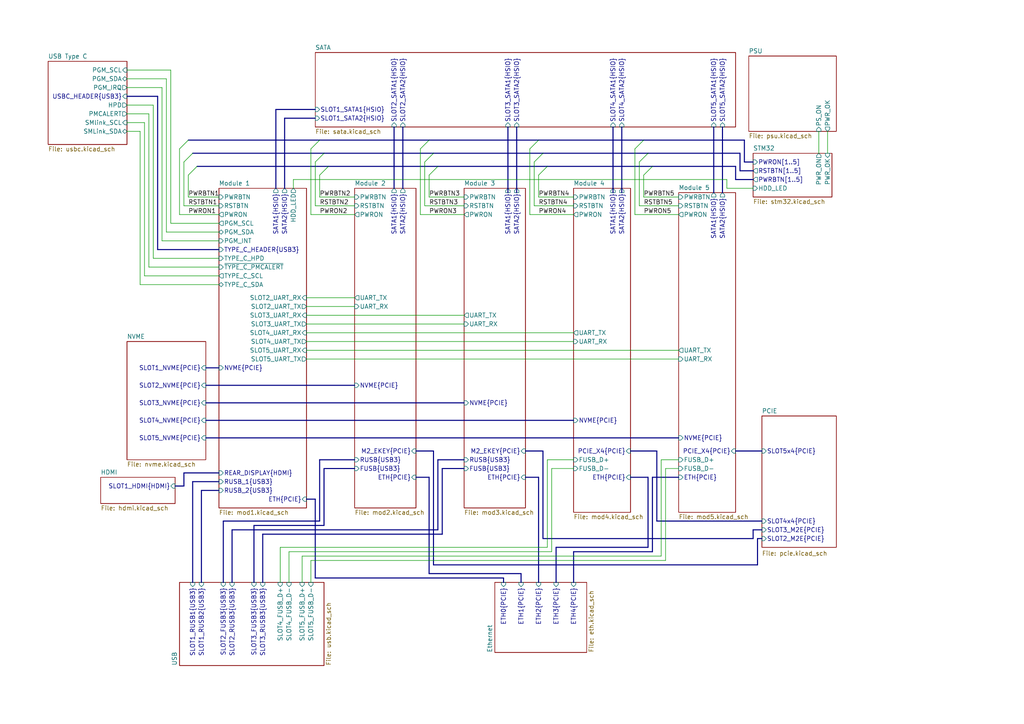
<source format=kicad_sch>
(kicad_sch
	(version 20250114)
	(generator "eeschema")
	(generator_version "9.0")
	(uuid "49abeb3a-c598-45a3-ba6b-595eb04f17a8")
	(paper "A4")
	(lib_symbols)
	(bus_alias "HDMI"
		(members "Tx0+" "Tx0-" "Tx1+" "Tx1-" "Tx2+" "Tx2-" "Tx3+" "Tx3-" "SDA"
			"SCL" "HPD"
		)
	)
	(bus_alias "USB3"
		(members "SS_Tx1+" "SS_Tx1-" "SS_Rx1+" "SS_Rx1-" "SS_Tx2+" "SS_Tx2-" "SS_Rx2+"
			"SS_Rx2-" "D+" "D-" "SBU1" "SBU2"
		)
	)
	(bus_entry
		(at 57.15 48.26)
		(size -2.54 2.54)
		(stroke
			(width 0)
			(type default)
		)
		(uuid "02b14392-c642-41ae-9cde-b682eab08b16")
	)
	(bus_entry
		(at 156.21 40.64)
		(size -2.54 2.54)
		(stroke
			(width 0)
			(type default)
		)
		(uuid "05562d3c-c7c2-4c11-9a18-12b05df260c8")
	)
	(bus_entry
		(at 157.48 44.45)
		(size -2.54 2.54)
		(stroke
			(width 0)
			(type default)
		)
		(uuid "0a88d9c1-a744-4264-90eb-6a693b05d2d0")
	)
	(bus_entry
		(at 187.96 44.45)
		(size -2.54 2.54)
		(stroke
			(width 0)
			(type default)
		)
		(uuid "0c513d87-1b61-4306-b3e3-c9d8068f74f1")
	)
	(bus_entry
		(at 95.25 48.26)
		(size -2.54 2.54)
		(stroke
			(width 0)
			(type default)
		)
		(uuid "28516366-3cc6-49d1-98db-9ff195d788a7")
	)
	(bus_entry
		(at 127 48.26)
		(size -2.54 2.54)
		(stroke
			(width 0)
			(type default)
		)
		(uuid "54297b7d-ef68-400a-9869-d92428010bf4")
	)
	(bus_entry
		(at 125.73 44.45)
		(size -2.54 2.54)
		(stroke
			(width 0)
			(type default)
		)
		(uuid "581b7ca3-eebe-45ab-b258-b4300156b388")
	)
	(bus_entry
		(at 93.98 44.45)
		(size -2.54 2.54)
		(stroke
			(width 0)
			(type default)
		)
		(uuid "67756494-abf7-4133-a3ff-d68f178f8113")
	)
	(bus_entry
		(at 189.23 48.26)
		(size -2.54 2.54)
		(stroke
			(width 0)
			(type default)
		)
		(uuid "8f981205-3f67-4cb7-a859-c60d12db0e42")
	)
	(bus_entry
		(at 55.88 44.45)
		(size -2.54 2.54)
		(stroke
			(width 0)
			(type default)
		)
		(uuid "9e3b807b-38c7-4ec6-942b-b4f16b3e6bcf")
	)
	(bus_entry
		(at 124.46 40.64)
		(size -2.54 2.54)
		(stroke
			(width 0)
			(type default)
		)
		(uuid "a9e73ccd-a39a-4688-8c4e-a7ea4ece75c4")
	)
	(bus_entry
		(at 54.61 40.64)
		(size -2.54 2.54)
		(stroke
			(width 0)
			(type default)
		)
		(uuid "d3cfd0e1-f29e-4f15-8682-b64033014f8b")
	)
	(bus_entry
		(at 158.75 48.26)
		(size -2.54 2.54)
		(stroke
			(width 0)
			(type default)
		)
		(uuid "d5e3cf1c-cd61-4dcb-8cda-6934d1f89b7f")
	)
	(bus_entry
		(at 92.71 40.64)
		(size -2.54 2.54)
		(stroke
			(width 0)
			(type default)
		)
		(uuid "d77d76f6-a1d6-413b-b536-a87a9db83ebb")
	)
	(bus_entry
		(at 186.69 40.64)
		(size -2.54 2.54)
		(stroke
			(width 0)
			(type default)
		)
		(uuid "e4bd42ce-9351-4b39-b3f9-1544338e6b79")
	)
	(bus
		(pts
			(xy 209.55 36.83) (xy 209.55 55.88)
		)
		(stroke
			(width 0)
			(type default)
		)
		(uuid "02038ac6-1717-4bd7-951a-c75c6f33d107")
	)
	(wire
		(pts
			(xy 46.99 69.85) (xy 63.5 69.85)
		)
		(stroke
			(width 0)
			(type default)
		)
		(uuid "03111739-a590-4e1e-aa8e-98107ea96224")
	)
	(wire
		(pts
			(xy 81.28 158.75) (xy 81.28 168.91)
		)
		(stroke
			(width 0)
			(type default)
		)
		(uuid "03a9d510-b1cf-4a4d-8ae9-83aaab9aa65e")
	)
	(wire
		(pts
			(xy 91.44 46.99) (xy 91.44 59.69)
		)
		(stroke
			(width 0)
			(type default)
		)
		(uuid "069ba1af-790b-4815-a67b-d803ecc66ab2")
	)
	(wire
		(pts
			(xy 240.03 38.1) (xy 240.03 44.45)
		)
		(stroke
			(width 0)
			(type default)
		)
		(uuid "0777f4ee-af3a-4553-8ff8-7bffc0ebdff1")
	)
	(bus
		(pts
			(xy 214.63 49.53) (xy 218.44 49.53)
		)
		(stroke
			(width 0)
			(type default)
		)
		(uuid "088abdcd-a44f-4a2b-a0a0-8ab52992ecc8")
	)
	(bus
		(pts
			(xy 180.34 36.83) (xy 180.34 55.88)
		)
		(stroke
			(width 0)
			(type default)
		)
		(uuid "08a24449-8c20-494c-bd9a-31242dfe89a4")
	)
	(bus
		(pts
			(xy 73.66 152.4) (xy 73.66 168.91)
		)
		(stroke
			(width 0)
			(type default)
		)
		(uuid "09d393cd-81c0-4de0-bb6d-6b72d54da064")
	)
	(bus
		(pts
			(xy 156.21 138.43) (xy 156.21 168.91)
		)
		(stroke
			(width 0)
			(type default)
		)
		(uuid "0b02c8ae-0901-4264-b1cd-19fe99a813c3")
	)
	(wire
		(pts
			(xy 88.9 91.44) (xy 134.62 91.44)
		)
		(stroke
			(width 0)
			(type default)
		)
		(uuid "1206368f-9fa6-4ab3-ae8e-a9592b1806d9")
	)
	(bus
		(pts
			(xy 120.65 130.81) (xy 125.73 130.81)
		)
		(stroke
			(width 0)
			(type default)
		)
		(uuid "12be7a27-a7c3-48b6-9ede-dfb325364d47")
	)
	(wire
		(pts
			(xy 158.75 158.75) (xy 81.28 158.75)
		)
		(stroke
			(width 0)
			(type default)
		)
		(uuid "1317c5a0-bb9f-45bb-881a-29fd522eb96c")
	)
	(bus
		(pts
			(xy 220.98 156.21) (xy 219.71 156.21)
		)
		(stroke
			(width 0)
			(type default)
		)
		(uuid "14e98158-3cd2-4ba1-8aac-e5f25103d21b")
	)
	(wire
		(pts
			(xy 185.42 59.69) (xy 196.85 59.69)
		)
		(stroke
			(width 0)
			(type default)
		)
		(uuid "153a6f34-9d23-4bc6-ba3c-5c14aedcec41")
	)
	(bus
		(pts
			(xy 76.2 154.94) (xy 76.2 168.91)
		)
		(stroke
			(width 0)
			(type default)
		)
		(uuid "159cc3b2-0dba-4fd8-8a9d-665ab28ddc32")
	)
	(wire
		(pts
			(xy 46.99 25.4) (xy 46.99 69.85)
		)
		(stroke
			(width 0)
			(type default)
		)
		(uuid "18044f5f-33f7-4b84-817f-c5b47151df7e")
	)
	(wire
		(pts
			(xy 88.9 101.6) (xy 196.85 101.6)
		)
		(stroke
			(width 0)
			(type default)
		)
		(uuid "19d3274c-a730-48c1-96e3-88762be797f1")
	)
	(wire
		(pts
			(xy 49.53 64.77) (xy 63.5 64.77)
		)
		(stroke
			(width 0)
			(type default)
		)
		(uuid "1a6a5954-571d-42d8-af1f-9bfa0fd0474b")
	)
	(wire
		(pts
			(xy 44.45 74.93) (xy 44.45 30.48)
		)
		(stroke
			(width 0)
			(type default)
		)
		(uuid "1ac3a610-8b71-4d1f-8c34-5e119ddfb5b9")
	)
	(wire
		(pts
			(xy 153.67 62.23) (xy 166.37 62.23)
		)
		(stroke
			(width 0)
			(type default)
		)
		(uuid "1dd1a9f9-18cf-4cd2-9905-54f6a7a8cb84")
	)
	(wire
		(pts
			(xy 166.37 133.35) (xy 158.75 133.35)
		)
		(stroke
			(width 0)
			(type default)
		)
		(uuid "1e071667-d4b0-4f95-87e7-a465136169ef")
	)
	(wire
		(pts
			(xy 36.83 22.86) (xy 48.26 22.86)
		)
		(stroke
			(width 0)
			(type default)
		)
		(uuid "1fbe60bb-b30e-469c-a9cf-6a4a2ac480f1")
	)
	(bus
		(pts
			(xy 156.21 138.43) (xy 152.4 138.43)
		)
		(stroke
			(width 0)
			(type default)
		)
		(uuid "21ddd4be-0fd9-40c2-9ed4-a92ab64dfd7c")
	)
	(bus
		(pts
			(xy 151.13 166.37) (xy 151.13 168.91)
		)
		(stroke
			(width 0)
			(type default)
		)
		(uuid "22a6f8f9-67fc-4147-9d81-078269413edd")
	)
	(wire
		(pts
			(xy 36.83 35.56) (xy 41.91 35.56)
		)
		(stroke
			(width 0)
			(type default)
		)
		(uuid "25f0eba6-80be-4a3f-8839-b8e3916df2f0")
	)
	(wire
		(pts
			(xy 43.18 77.47) (xy 43.18 33.02)
		)
		(stroke
			(width 0)
			(type default)
		)
		(uuid "27310d63-421a-4d5e-9ea8-d7d86f4d7a24")
	)
	(bus
		(pts
			(xy 124.46 138.43) (xy 124.46 166.37)
		)
		(stroke
			(width 0)
			(type default)
		)
		(uuid "27b4376b-581f-4ffd-b895-10cb3a62ec8d")
	)
	(bus
		(pts
			(xy 207.01 36.83) (xy 207.01 55.88)
		)
		(stroke
			(width 0)
			(type default)
		)
		(uuid "287de4de-31cd-4b69-9d9f-dd2049ba0526")
	)
	(bus
		(pts
			(xy 215.9 46.99) (xy 215.9 40.64)
		)
		(stroke
			(width 0)
			(type default)
		)
		(uuid "28eddfef-a4ac-4255-a15f-48cb8e811db5")
	)
	(wire
		(pts
			(xy 36.83 38.1) (xy 40.64 38.1)
		)
		(stroke
			(width 0)
			(type default)
		)
		(uuid "2afefd1d-82c5-4593-9c45-8e923cf36d19")
	)
	(bus
		(pts
			(xy 157.48 156.21) (xy 218.44 156.21)
		)
		(stroke
			(width 0)
			(type default)
		)
		(uuid "2b0929f3-7516-425b-aa04-95824103ae09")
	)
	(wire
		(pts
			(xy 53.34 46.99) (xy 53.34 59.69)
		)
		(stroke
			(width 0)
			(type default)
		)
		(uuid "2b1f7085-f309-4f22-8c65-23f0ac61cd19")
	)
	(bus
		(pts
			(xy 190.5 151.13) (xy 220.98 151.13)
		)
		(stroke
			(width 0)
			(type default)
		)
		(uuid "2c2234ab-c0b1-40d8-8816-5276a585af21")
	)
	(wire
		(pts
			(xy 191.77 161.29) (xy 87.63 161.29)
		)
		(stroke
			(width 0)
			(type default)
		)
		(uuid "2c378b75-0f87-46d6-8d77-81ae5cddf52a")
	)
	(bus
		(pts
			(xy 186.69 40.64) (xy 215.9 40.64)
		)
		(stroke
			(width 0)
			(type default)
		)
		(uuid "2ca5d913-15a3-43a6-9157-ce18427cd910")
	)
	(bus
		(pts
			(xy 53.34 137.16) (xy 63.5 137.16)
		)
		(stroke
			(width 0)
			(type default)
		)
		(uuid "2d7da338-5468-4b7f-a9d2-7505047051f0")
	)
	(bus
		(pts
			(xy 196.85 138.43) (xy 189.23 138.43)
		)
		(stroke
			(width 0)
			(type default)
		)
		(uuid "2faa8595-87ce-4802-a5ea-e5c45aaf36a3")
	)
	(bus
		(pts
			(xy 189.23 138.43) (xy 189.23 160.02)
		)
		(stroke
			(width 0)
			(type default)
		)
		(uuid "30af70cd-b3a9-4ff6-9419-7eaa04ff3482")
	)
	(bus
		(pts
			(xy 187.96 44.45) (xy 214.63 44.45)
		)
		(stroke
			(width 0)
			(type default)
		)
		(uuid "315093ed-722c-4e00-b652-cd89fed7145b")
	)
	(wire
		(pts
			(xy 88.9 99.06) (xy 166.37 99.06)
		)
		(stroke
			(width 0)
			(type default)
		)
		(uuid "386c100b-f2c9-46ee-bad1-d4b67d541711")
	)
	(wire
		(pts
			(xy 154.94 46.99) (xy 154.94 59.69)
		)
		(stroke
			(width 0)
			(type default)
		)
		(uuid "39453be8-ebdb-42fa-9098-e1ad7be634df")
	)
	(bus
		(pts
			(xy 125.73 44.45) (xy 157.48 44.45)
		)
		(stroke
			(width 0)
			(type default)
		)
		(uuid "3a2263a5-007e-4817-8ad3-ad58aa9425d9")
	)
	(wire
		(pts
			(xy 63.5 80.01) (xy 41.91 80.01)
		)
		(stroke
			(width 0)
			(type default)
		)
		(uuid "3c8b5916-5ef7-42b0-97f5-8ba2e11e9c28")
	)
	(wire
		(pts
			(xy 92.71 50.8) (xy 92.71 57.15)
		)
		(stroke
			(width 0)
			(type default)
		)
		(uuid "3f81cf83-d9e1-46ed-bfdc-82feb60b9438")
	)
	(wire
		(pts
			(xy 210.82 54.61) (xy 210.82 52.07)
		)
		(stroke
			(width 0)
			(type default)
		)
		(uuid "3fa8e9e2-80eb-44cf-8467-9405f1470e0a")
	)
	(bus
		(pts
			(xy 53.34 140.97) (xy 53.34 137.16)
		)
		(stroke
			(width 0)
			(type default)
		)
		(uuid "3fc73ddc-ffa5-416e-a2aa-06c52171e249")
	)
	(wire
		(pts
			(xy 52.07 62.23) (xy 63.5 62.23)
		)
		(stroke
			(width 0)
			(type default)
		)
		(uuid "402ed6db-b363-44a1-8cd4-53a9f721c611")
	)
	(bus
		(pts
			(xy 67.31 153.67) (xy 67.31 168.91)
		)
		(stroke
			(width 0)
			(type default)
		)
		(uuid "42f6561c-8a94-4f0c-b2ef-302d50c2db06")
	)
	(bus
		(pts
			(xy 93.98 135.89) (xy 93.98 152.4)
		)
		(stroke
			(width 0)
			(type default)
		)
		(uuid "443a27bc-0dcc-49cc-aa7e-59dec37e70a8")
	)
	(bus
		(pts
			(xy 102.87 135.89) (xy 93.98 135.89)
		)
		(stroke
			(width 0)
			(type default)
		)
		(uuid "4485af6e-a28b-41fc-8c8e-712ee2d89ded")
	)
	(bus
		(pts
			(xy 57.15 48.26) (xy 95.25 48.26)
		)
		(stroke
			(width 0)
			(type default)
		)
		(uuid "46ea5008-89d1-4f7a-8401-5a39e93656eb")
	)
	(wire
		(pts
			(xy 156.21 50.8) (xy 156.21 57.15)
		)
		(stroke
			(width 0)
			(type default)
		)
		(uuid "4805f955-a173-4fa0-bf67-352c4486a834")
	)
	(bus
		(pts
			(xy 156.21 40.64) (xy 186.69 40.64)
		)
		(stroke
			(width 0)
			(type default)
		)
		(uuid "48b972e6-66ad-408b-8377-e28eec86f260")
	)
	(bus
		(pts
			(xy 92.71 133.35) (xy 92.71 151.13)
		)
		(stroke
			(width 0)
			(type default)
		)
		(uuid "4976a10b-c659-476b-b40e-df76d9f3cfa1")
	)
	(bus
		(pts
			(xy 189.23 160.02) (xy 166.37 160.02)
		)
		(stroke
			(width 0)
			(type default)
		)
		(uuid "4aa2e426-1bd0-40dc-a46b-dbbb59da8a10")
	)
	(wire
		(pts
			(xy 184.15 43.18) (xy 184.15 62.23)
		)
		(stroke
			(width 0)
			(type default)
		)
		(uuid "4ab762ec-a979-4d97-94a1-6e7abfb12606")
	)
	(bus
		(pts
			(xy 189.23 48.26) (xy 213.36 48.26)
		)
		(stroke
			(width 0)
			(type default)
		)
		(uuid "4b44a20a-63aa-4c1e-a92e-d1fc138f6a3b")
	)
	(bus
		(pts
			(xy 127 133.35) (xy 127 153.67)
		)
		(stroke
			(width 0)
			(type default)
		)
		(uuid "4c958018-977d-419a-b374-20d0e3f1aff3")
	)
	(bus
		(pts
			(xy 80.01 31.75) (xy 91.44 31.75)
		)
		(stroke
			(width 0)
			(type default)
		)
		(uuid "4decc23a-f871-4828-803a-7d8eed935882")
	)
	(bus
		(pts
			(xy 157.48 44.45) (xy 187.96 44.45)
		)
		(stroke
			(width 0)
			(type default)
		)
		(uuid "502e7ca6-415e-4d90-92a1-14af2554912f")
	)
	(bus
		(pts
			(xy 127 48.26) (xy 158.75 48.26)
		)
		(stroke
			(width 0)
			(type default)
		)
		(uuid "5034c831-3d21-40f2-b867-1b6bb3e5fed4")
	)
	(bus
		(pts
			(xy 213.36 52.07) (xy 213.36 48.26)
		)
		(stroke
			(width 0)
			(type default)
		)
		(uuid "53e025da-14d6-4bac-ab8d-4747fb322cd6")
	)
	(bus
		(pts
			(xy 161.29 158.75) (xy 161.29 168.91)
		)
		(stroke
			(width 0)
			(type default)
		)
		(uuid "56d31031-1841-4483-aa5b-12ef178c4aa7")
	)
	(wire
		(pts
			(xy 186.69 57.15) (xy 196.85 57.15)
		)
		(stroke
			(width 0)
			(type default)
		)
		(uuid "57bd1d73-60ac-4224-aed3-63425bf463d4")
	)
	(bus
		(pts
			(xy 45.72 72.39) (xy 63.5 72.39)
		)
		(stroke
			(width 0)
			(type default)
		)
		(uuid "57bfc277-3229-4cf2-86cd-bc7997138940")
	)
	(wire
		(pts
			(xy 85.09 52.07) (xy 85.09 54.61)
		)
		(stroke
			(width 0)
			(type default)
		)
		(uuid "5852ad8a-ccf5-45f6-aad1-a331f75ce17a")
	)
	(bus
		(pts
			(xy 91.44 144.78) (xy 91.44 167.64)
		)
		(stroke
			(width 0)
			(type default)
		)
		(uuid "5d0f5aa9-ae1c-4483-98c7-d6878d4bc922")
	)
	(bus
		(pts
			(xy 190.5 130.81) (xy 190.5 151.13)
		)
		(stroke
			(width 0)
			(type default)
		)
		(uuid "5f97b0bb-499a-4104-9805-cc1e867cac32")
	)
	(bus
		(pts
			(xy 218.44 153.67) (xy 220.98 153.67)
		)
		(stroke
			(width 0)
			(type default)
		)
		(uuid "63721d10-317b-4bb9-b1ae-57eb2c76b863")
	)
	(bus
		(pts
			(xy 127 153.67) (xy 67.31 153.67)
		)
		(stroke
			(width 0)
			(type default)
		)
		(uuid "64c745d0-4e5e-4809-9793-e55bb622ebf8")
	)
	(wire
		(pts
			(xy 196.85 135.89) (xy 193.04 135.89)
		)
		(stroke
			(width 0)
			(type default)
		)
		(uuid "64d5a09a-2c45-44a7-8acf-5484eac95318")
	)
	(wire
		(pts
			(xy 63.5 82.55) (xy 40.64 82.55)
		)
		(stroke
			(width 0)
			(type default)
		)
		(uuid "67e1fcc8-3e00-4347-b65f-cd7b5c925ff7")
	)
	(bus
		(pts
			(xy 182.88 138.43) (xy 187.96 138.43)
		)
		(stroke
			(width 0)
			(type default)
		)
		(uuid "6880b603-19f3-4a70-8de5-3d73ee3c1bdf")
	)
	(bus
		(pts
			(xy 219.71 163.83) (xy 125.73 163.83)
		)
		(stroke
			(width 0)
			(type default)
		)
		(uuid "69949552-7372-4068-992d-4ae83926e807")
	)
	(bus
		(pts
			(xy 124.46 40.64) (xy 156.21 40.64)
		)
		(stroke
			(width 0)
			(type default)
		)
		(uuid "6a5ec587-11ea-4137-a5a3-7e14400da8df")
	)
	(wire
		(pts
			(xy 124.46 50.8) (xy 124.46 57.15)
		)
		(stroke
			(width 0)
			(type default)
		)
		(uuid "6bf069c6-37c0-430f-90b9-7f1636930937")
	)
	(bus
		(pts
			(xy 92.71 151.13) (xy 64.77 151.13)
		)
		(stroke
			(width 0)
			(type default)
		)
		(uuid "6c2e8733-1370-4558-8011-fae15a641f10")
	)
	(bus
		(pts
			(xy 152.4 130.81) (xy 157.48 130.81)
		)
		(stroke
			(width 0)
			(type default)
		)
		(uuid "6cf375c0-48e2-4296-a01b-d6ba1eaf6755")
	)
	(bus
		(pts
			(xy 59.69 121.92) (xy 166.37 121.92)
		)
		(stroke
			(width 0)
			(type default)
		)
		(uuid "6ddbed96-17c0-4667-b098-1e3702a278a7")
	)
	(bus
		(pts
			(xy 124.46 166.37) (xy 151.13 166.37)
		)
		(stroke
			(width 0)
			(type default)
		)
		(uuid "706814d0-e438-4fef-840e-eacf58ab293f")
	)
	(bus
		(pts
			(xy 114.3 36.83) (xy 114.3 54.61)
		)
		(stroke
			(width 0)
			(type default)
		)
		(uuid "7153f710-7e18-4e9d-800c-188b330c2d81")
	)
	(wire
		(pts
			(xy 121.92 62.23) (xy 134.62 62.23)
		)
		(stroke
			(width 0)
			(type default)
		)
		(uuid "73a5cb30-0815-4651-a01d-4f5964ff5542")
	)
	(wire
		(pts
			(xy 36.83 20.32) (xy 49.53 20.32)
		)
		(stroke
			(width 0)
			(type default)
		)
		(uuid "7489f4d9-771a-4ef3-bf24-2a8a1f902c90")
	)
	(wire
		(pts
			(xy 53.34 59.69) (xy 63.5 59.69)
		)
		(stroke
			(width 0)
			(type default)
		)
		(uuid "74e9f2e1-eafd-4f5d-befa-74e221d8be66")
	)
	(bus
		(pts
			(xy 187.96 158.75) (xy 161.29 158.75)
		)
		(stroke
			(width 0)
			(type default)
		)
		(uuid "77f8db34-bb9c-4766-9690-ce0aca59f89c")
	)
	(bus
		(pts
			(xy 187.96 138.43) (xy 187.96 158.75)
		)
		(stroke
			(width 0)
			(type default)
		)
		(uuid "78338066-8d7f-49a9-8262-6559d24833e5")
	)
	(wire
		(pts
			(xy 166.37 135.89) (xy 160.02 135.89)
		)
		(stroke
			(width 0)
			(type default)
		)
		(uuid "7ab9e4b4-68ab-49be-b37a-5d200c50902a")
	)
	(wire
		(pts
			(xy 88.9 104.14) (xy 196.85 104.14)
		)
		(stroke
			(width 0)
			(type default)
		)
		(uuid "7e690ffe-0ac6-479b-b91e-dcc8552a76f5")
	)
	(wire
		(pts
			(xy 186.69 50.8) (xy 186.69 57.15)
		)
		(stroke
			(width 0)
			(type default)
		)
		(uuid "7f6973c6-8e30-4a15-b905-38f2fe80701b")
	)
	(bus
		(pts
			(xy 91.44 144.78) (xy 88.9 144.78)
		)
		(stroke
			(width 0)
			(type default)
		)
		(uuid "7fbe13f1-da0b-4c06-92ac-fee52408ad37")
	)
	(wire
		(pts
			(xy 191.77 133.35) (xy 191.77 161.29)
		)
		(stroke
			(width 0)
			(type default)
		)
		(uuid "80dbd9e3-c83d-4694-b8dc-6e5bd05eeb97")
	)
	(bus
		(pts
			(xy 125.73 130.81) (xy 125.73 163.83)
		)
		(stroke
			(width 0)
			(type default)
		)
		(uuid "813d248e-6d6d-4955-8bc3-5cdb7d71aa86")
	)
	(wire
		(pts
			(xy 185.42 46.99) (xy 185.42 59.69)
		)
		(stroke
			(width 0)
			(type default)
		)
		(uuid "82a8914c-d6f2-442a-8303-7a60e9ac356b")
	)
	(bus
		(pts
			(xy 213.36 130.81) (xy 220.98 130.81)
		)
		(stroke
			(width 0)
			(type default)
		)
		(uuid "8377eacb-bb75-466b-891a-f0e8a0d4971f")
	)
	(wire
		(pts
			(xy 52.07 43.18) (xy 52.07 62.23)
		)
		(stroke
			(width 0)
			(type default)
		)
		(uuid "83b6fd14-6890-4170-929b-5fe2a7c5d8b7")
	)
	(wire
		(pts
			(xy 36.83 25.4) (xy 46.99 25.4)
		)
		(stroke
			(width 0)
			(type default)
		)
		(uuid "84716817-9960-4b3a-b4a4-c51f40b56ea4")
	)
	(wire
		(pts
			(xy 90.17 162.56) (xy 90.17 168.91)
		)
		(stroke
			(width 0)
			(type default)
		)
		(uuid "85e6d1ef-7584-46ad-a033-93302b583a4c")
	)
	(bus
		(pts
			(xy 95.25 48.26) (xy 127 48.26)
		)
		(stroke
			(width 0)
			(type default)
		)
		(uuid "86af7f8e-9cf1-48ab-9777-1967bdd9fa19")
	)
	(wire
		(pts
			(xy 49.53 20.32) (xy 49.53 64.77)
		)
		(stroke
			(width 0)
			(type default)
		)
		(uuid "8a89774b-3251-4d5d-8cd5-d8ec81825b77")
	)
	(wire
		(pts
			(xy 90.17 43.18) (xy 90.17 62.23)
		)
		(stroke
			(width 0)
			(type default)
		)
		(uuid "8bd5cd8b-3183-4bc0-bdb3-3337e3bcf3d5")
	)
	(wire
		(pts
			(xy 36.83 33.02) (xy 43.18 33.02)
		)
		(stroke
			(width 0)
			(type default)
		)
		(uuid "8e2f858d-02b1-4014-912d-dc6c616544a9")
	)
	(wire
		(pts
			(xy 124.46 57.15) (xy 134.62 57.15)
		)
		(stroke
			(width 0)
			(type default)
		)
		(uuid "902b6dbe-5b09-4138-a3d5-77d81ce9b050")
	)
	(wire
		(pts
			(xy 184.15 62.23) (xy 196.85 62.23)
		)
		(stroke
			(width 0)
			(type default)
		)
		(uuid "90ef14de-da76-4275-b598-a3b4dacb6708")
	)
	(bus
		(pts
			(xy 59.69 111.76) (xy 102.87 111.76)
		)
		(stroke
			(width 0)
			(type default)
		)
		(uuid "90f3a3ed-97c9-4e05-9ffe-d1d28506a6ed")
	)
	(bus
		(pts
			(xy 58.42 142.24) (xy 63.5 142.24)
		)
		(stroke
			(width 0)
			(type default)
		)
		(uuid "95d3eeed-a268-4087-bd9c-6d258c75d782")
	)
	(bus
		(pts
			(xy 149.86 36.83) (xy 149.86 55.88)
		)
		(stroke
			(width 0)
			(type default)
		)
		(uuid "961a8a0b-1b3c-44d4-ac56-65c0e237f7c3")
	)
	(wire
		(pts
			(xy 88.9 88.9) (xy 102.87 88.9)
		)
		(stroke
			(width 0)
			(type default)
		)
		(uuid "97cdf015-faf9-4989-8829-0c50555ea39c")
	)
	(bus
		(pts
			(xy 36.83 27.94) (xy 45.72 27.94)
		)
		(stroke
			(width 0)
			(type default)
		)
		(uuid "9914715e-5259-449b-9fa8-2b4e9cff079a")
	)
	(wire
		(pts
			(xy 48.26 22.86) (xy 48.26 67.31)
		)
		(stroke
			(width 0)
			(type default)
		)
		(uuid "999276fd-9536-4a29-bc41-0a30d1e5804a")
	)
	(bus
		(pts
			(xy 45.72 27.94) (xy 45.72 72.39)
		)
		(stroke
			(width 0)
			(type default)
		)
		(uuid "9a911236-2104-4dee-9a12-647f50959eb8")
	)
	(bus
		(pts
			(xy 128.27 154.94) (xy 76.2 154.94)
		)
		(stroke
			(width 0)
			(type default)
		)
		(uuid "9bdec8b0-a6fd-476f-bed8-2055f78736c3")
	)
	(wire
		(pts
			(xy 158.75 133.35) (xy 158.75 158.75)
		)
		(stroke
			(width 0)
			(type default)
		)
		(uuid "9e34f234-55e1-475a-9b8a-fdc0016a2ea8")
	)
	(bus
		(pts
			(xy 59.69 127) (xy 196.85 127)
		)
		(stroke
			(width 0)
			(type default)
		)
		(uuid "9e7da088-dc4f-4d91-bc17-08ed68ef109c")
	)
	(bus
		(pts
			(xy 134.62 135.89) (xy 128.27 135.89)
		)
		(stroke
			(width 0)
			(type default)
		)
		(uuid "a319d731-3d5c-4901-9294-6886d7d18c51")
	)
	(bus
		(pts
			(xy 219.71 156.21) (xy 219.71 163.83)
		)
		(stroke
			(width 0)
			(type default)
		)
		(uuid "a474acf1-e06d-4938-a048-665979f2a78a")
	)
	(wire
		(pts
			(xy 210.82 52.07) (xy 85.09 52.07)
		)
		(stroke
			(width 0)
			(type default)
		)
		(uuid "a50d55f9-01a8-42c7-ad4c-9a4e597b48a6")
	)
	(wire
		(pts
			(xy 40.64 82.55) (xy 40.64 38.1)
		)
		(stroke
			(width 0)
			(type default)
		)
		(uuid "a5add18b-bf35-4f60-bfaa-6fe3107b0e4e")
	)
	(wire
		(pts
			(xy 88.9 93.98) (xy 134.62 93.98)
		)
		(stroke
			(width 0)
			(type default)
		)
		(uuid "a6961ecd-235e-4294-918d-186e4d2d00df")
	)
	(bus
		(pts
			(xy 116.84 36.83) (xy 116.84 54.61)
		)
		(stroke
			(width 0)
			(type default)
		)
		(uuid "a701b1ee-4dc1-4401-b3be-133e5c362ac6")
	)
	(bus
		(pts
			(xy 157.48 130.81) (xy 157.48 156.21)
		)
		(stroke
			(width 0)
			(type default)
		)
		(uuid "a797da4b-f6c5-48f8-b9e8-8048541f0f6d")
	)
	(wire
		(pts
			(xy 153.67 43.18) (xy 153.67 62.23)
		)
		(stroke
			(width 0)
			(type default)
		)
		(uuid "a8cd97be-cbd4-4a16-a1ee-a9a4b4d60946")
	)
	(bus
		(pts
			(xy 93.98 44.45) (xy 125.73 44.45)
		)
		(stroke
			(width 0)
			(type default)
		)
		(uuid "a9e0ba55-ee82-41c2-aeb1-35d570d60e0a")
	)
	(bus
		(pts
			(xy 215.9 46.99) (xy 218.44 46.99)
		)
		(stroke
			(width 0)
			(type default)
		)
		(uuid "ab3d6604-53ac-4dd2-8112-3e3c69dd0645")
	)
	(bus
		(pts
			(xy 59.69 106.68) (xy 63.5 106.68)
		)
		(stroke
			(width 0)
			(type default)
		)
		(uuid "ac57cec0-5093-4f42-8832-454e7abc9146")
	)
	(wire
		(pts
			(xy 193.04 162.56) (xy 90.17 162.56)
		)
		(stroke
			(width 0)
			(type default)
		)
		(uuid "af8b884e-7612-45d1-9d3f-ce8150e28f4a")
	)
	(wire
		(pts
			(xy 88.9 96.52) (xy 166.37 96.52)
		)
		(stroke
			(width 0)
			(type default)
		)
		(uuid "aff07d5f-ed85-41ca-bee2-264a4f9053b0")
	)
	(wire
		(pts
			(xy 54.61 50.8) (xy 54.61 57.15)
		)
		(stroke
			(width 0)
			(type default)
		)
		(uuid "b52ccc8e-630a-46db-9b91-fd26a008bd42")
	)
	(bus
		(pts
			(xy 92.71 40.64) (xy 124.46 40.64)
		)
		(stroke
			(width 0)
			(type default)
		)
		(uuid "b5928e30-1df3-4dea-a183-78381e7d75d8")
	)
	(wire
		(pts
			(xy 54.61 57.15) (xy 63.5 57.15)
		)
		(stroke
			(width 0)
			(type default)
		)
		(uuid "b6e25e36-d82e-44d2-807f-8d0f1ee44c99")
	)
	(wire
		(pts
			(xy 160.02 160.02) (xy 83.82 160.02)
		)
		(stroke
			(width 0)
			(type default)
		)
		(uuid "b943d716-7d51-40da-9d70-4914ead7b4c8")
	)
	(wire
		(pts
			(xy 123.19 59.69) (xy 134.62 59.69)
		)
		(stroke
			(width 0)
			(type default)
		)
		(uuid "bb06b25a-7f64-4920-8ddf-a3d9f761765e")
	)
	(wire
		(pts
			(xy 90.17 62.23) (xy 102.87 62.23)
		)
		(stroke
			(width 0)
			(type default)
		)
		(uuid "bee04a4d-0c40-4aa2-840b-6e889da47da4")
	)
	(wire
		(pts
			(xy 88.9 86.36) (xy 102.87 86.36)
		)
		(stroke
			(width 0)
			(type default)
		)
		(uuid "bf8dfd24-98ff-4405-9324-b0c22c8d5cdb")
	)
	(wire
		(pts
			(xy 154.94 59.69) (xy 166.37 59.69)
		)
		(stroke
			(width 0)
			(type default)
		)
		(uuid "c0fcc39a-1828-46d4-b4c0-5dfcc2752127")
	)
	(bus
		(pts
			(xy 54.61 40.64) (xy 92.71 40.64)
		)
		(stroke
			(width 0)
			(type default)
		)
		(uuid "c299e11d-3942-4718-a95a-19d8084ca30d")
	)
	(wire
		(pts
			(xy 83.82 160.02) (xy 83.82 168.91)
		)
		(stroke
			(width 0)
			(type default)
		)
		(uuid "c2dc18a0-509e-487e-a8ae-b931b8fed80d")
	)
	(bus
		(pts
			(xy 128.27 135.89) (xy 128.27 154.94)
		)
		(stroke
			(width 0)
			(type default)
		)
		(uuid "c450d1f4-db16-4cf2-a6f2-3c8168520ebd")
	)
	(bus
		(pts
			(xy 59.69 116.84) (xy 134.62 116.84)
		)
		(stroke
			(width 0)
			(type default)
		)
		(uuid "c5fce901-95f5-4dfd-8fd9-bb3a9b18b2af")
	)
	(bus
		(pts
			(xy 50.8 140.97) (xy 53.34 140.97)
		)
		(stroke
			(width 0)
			(type default)
		)
		(uuid "c7b2d5dd-3ed9-4af2-b2f8-d6cedfd85ee0")
	)
	(wire
		(pts
			(xy 87.63 161.29) (xy 87.63 168.91)
		)
		(stroke
			(width 0)
			(type default)
		)
		(uuid "c826f8bb-0e66-48d1-8489-8db4df93f678")
	)
	(bus
		(pts
			(xy 158.75 48.26) (xy 189.23 48.26)
		)
		(stroke
			(width 0)
			(type default)
		)
		(uuid "ca0ecdc0-483c-4e78-9602-0a77b29f1805")
	)
	(wire
		(pts
			(xy 41.91 80.01) (xy 41.91 35.56)
		)
		(stroke
			(width 0)
			(type default)
		)
		(uuid "caaee64d-c598-4e53-9a0e-39042f57b188")
	)
	(bus
		(pts
			(xy 82.55 34.29) (xy 91.44 34.29)
		)
		(stroke
			(width 0)
			(type default)
		)
		(uuid "cb7fc764-7225-4ed7-8c13-529a4b6616d3")
	)
	(bus
		(pts
			(xy 91.44 167.64) (xy 146.05 167.64)
		)
		(stroke
			(width 0)
			(type default)
		)
		(uuid "cbcedf4e-5a67-4024-8e04-5baf0d315674")
	)
	(bus
		(pts
			(xy 80.01 31.75) (xy 80.01 54.61)
		)
		(stroke
			(width 0)
			(type default)
		)
		(uuid "d1971893-ad0f-4353-a974-ca8414c29622")
	)
	(wire
		(pts
			(xy 156.21 57.15) (xy 166.37 57.15)
		)
		(stroke
			(width 0)
			(type default)
		)
		(uuid "d4a5e9eb-5108-4184-83b9-4a7219174b41")
	)
	(wire
		(pts
			(xy 48.26 67.31) (xy 63.5 67.31)
		)
		(stroke
			(width 0)
			(type default)
		)
		(uuid "d8e4aa84-41a7-4170-86d0-96fcaabf55fa")
	)
	(wire
		(pts
			(xy 123.19 46.99) (xy 123.19 59.69)
		)
		(stroke
			(width 0)
			(type default)
		)
		(uuid "daec3238-5faa-47c5-a559-a82f654a6b78")
	)
	(bus
		(pts
			(xy 147.32 36.83) (xy 147.32 55.88)
		)
		(stroke
			(width 0)
			(type default)
		)
		(uuid "db56d80a-d491-4587-beb2-8f3e90f81978")
	)
	(wire
		(pts
			(xy 36.83 30.48) (xy 44.45 30.48)
		)
		(stroke
			(width 0)
			(type default)
		)
		(uuid "de1c7da5-2008-4b22-9685-0623106c5ef3")
	)
	(bus
		(pts
			(xy 64.77 151.13) (xy 64.77 168.91)
		)
		(stroke
			(width 0)
			(type default)
		)
		(uuid "de6f2845-eff5-466c-b19c-2e0882483e96")
	)
	(bus
		(pts
			(xy 166.37 160.02) (xy 166.37 168.91)
		)
		(stroke
			(width 0)
			(type default)
		)
		(uuid "e0b088fe-f4a7-41d0-85a7-dc4671a167a2")
	)
	(bus
		(pts
			(xy 58.42 168.91) (xy 58.42 142.24)
		)
		(stroke
			(width 0)
			(type default)
		)
		(uuid "e17ccd2e-e244-404d-b5f5-14b7cbad7bf6")
	)
	(bus
		(pts
			(xy 146.05 167.64) (xy 146.05 168.91)
		)
		(stroke
			(width 0)
			(type default)
		)
		(uuid "e2affe02-e654-44f1-9e08-ad6166fda735")
	)
	(bus
		(pts
			(xy 55.88 44.45) (xy 93.98 44.45)
		)
		(stroke
			(width 0)
			(type default)
		)
		(uuid "e2f95a0e-9205-448f-bd0b-2c7fadd04a42")
	)
	(bus
		(pts
			(xy 55.88 168.91) (xy 55.88 139.7)
		)
		(stroke
			(width 0)
			(type default)
		)
		(uuid "e35a7d76-a1d1-4442-9492-534d3d173aa7")
	)
	(bus
		(pts
			(xy 120.65 138.43) (xy 124.46 138.43)
		)
		(stroke
			(width 0)
			(type default)
		)
		(uuid "e549949f-0b63-4fb9-a4e1-df43bfde929b")
	)
	(wire
		(pts
			(xy 63.5 77.47) (xy 43.18 77.47)
		)
		(stroke
			(width 0)
			(type default)
		)
		(uuid "e8dbe464-5a5a-4f0d-87f4-07052ebbe0ab")
	)
	(bus
		(pts
			(xy 134.62 133.35) (xy 127 133.35)
		)
		(stroke
			(width 0)
			(type default)
		)
		(uuid "e9efd191-234d-46c7-899a-13d260bbe5a0")
	)
	(wire
		(pts
			(xy 193.04 135.89) (xy 193.04 162.56)
		)
		(stroke
			(width 0)
			(type default)
		)
		(uuid "e9f3da8f-2a04-4f57-972e-548fa2ce89e4")
	)
	(bus
		(pts
			(xy 55.88 139.7) (xy 63.5 139.7)
		)
		(stroke
			(width 0)
			(type default)
		)
		(uuid "ee2f6279-7663-4816-a523-a7781a3b6a45")
	)
	(wire
		(pts
			(xy 218.44 54.61) (xy 210.82 54.61)
		)
		(stroke
			(width 0)
			(type default)
		)
		(uuid "ee3c5a2a-7c83-4c9e-8853-5abe4a7309c1")
	)
	(bus
		(pts
			(xy 218.44 156.21) (xy 218.44 153.67)
		)
		(stroke
			(width 0)
			(type default)
		)
		(uuid "f08d1cde-410f-44aa-b730-599f41e6ecf1")
	)
	(wire
		(pts
			(xy 121.92 43.18) (xy 121.92 62.23)
		)
		(stroke
			(width 0)
			(type default)
		)
		(uuid "f1fc8db0-2705-4019-8c44-7c7db1575169")
	)
	(wire
		(pts
			(xy 160.02 135.89) (xy 160.02 160.02)
		)
		(stroke
			(width 0)
			(type default)
		)
		(uuid "f355a9ac-f158-43b0-8678-ea2497ef61ba")
	)
	(bus
		(pts
			(xy 182.88 130.81) (xy 190.5 130.81)
		)
		(stroke
			(width 0)
			(type default)
		)
		(uuid "f3df48a2-9897-4cca-aab3-c62608d59779")
	)
	(bus
		(pts
			(xy 93.98 152.4) (xy 73.66 152.4)
		)
		(stroke
			(width 0)
			(type default)
		)
		(uuid "f3fb7afd-61de-4093-948a-a8660c75934a")
	)
	(bus
		(pts
			(xy 82.55 34.29) (xy 82.55 54.61)
		)
		(stroke
			(width 0)
			(type default)
		)
		(uuid "f407c985-f85d-4f90-9171-0c5445024c0f")
	)
	(bus
		(pts
			(xy 214.63 49.53) (xy 214.63 44.45)
		)
		(stroke
			(width 0)
			(type default)
		)
		(uuid "f6169f1b-9b2d-4935-9df8-abe0bf8c1479")
	)
	(wire
		(pts
			(xy 91.44 59.69) (xy 102.87 59.69)
		)
		(stroke
			(width 0)
			(type default)
		)
		(uuid "f74fc9a8-523d-4619-a9c1-f106e9e2b1f7")
	)
	(bus
		(pts
			(xy 213.36 52.07) (xy 218.44 52.07)
		)
		(stroke
			(width 0)
			(type default)
		)
		(uuid "f8924900-2c04-4405-8ca3-fe41c55da07e")
	)
	(bus
		(pts
			(xy 177.8 36.83) (xy 177.8 55.88)
		)
		(stroke
			(width 0)
			(type default)
		)
		(uuid "f9b2b4eb-0b3d-451e-9cea-50e69f9f702a")
	)
	(wire
		(pts
			(xy 63.5 74.93) (xy 44.45 74.93)
		)
		(stroke
			(width 0)
			(type default)
		)
		(uuid "fa1ffc1a-50ce-4f90-ba3d-370dd9843030")
	)
	(wire
		(pts
			(xy 196.85 133.35) (xy 191.77 133.35)
		)
		(stroke
			(width 0)
			(type default)
		)
		(uuid "fa549105-ac16-408c-a297-569109357e5e")
	)
	(bus
		(pts
			(xy 102.87 133.35) (xy 92.71 133.35)
		)
		(stroke
			(width 0)
			(type default)
		)
		(uuid "fa63898f-eb5e-4056-a14e-26f5f0dc0c1b")
	)
	(wire
		(pts
			(xy 92.71 57.15) (xy 102.87 57.15)
		)
		(stroke
			(width 0)
			(type default)
		)
		(uuid "fba6a42e-8234-4435-9eaf-1e631561397f")
	)
	(wire
		(pts
			(xy 237.49 38.1) (xy 237.49 44.45)
		)
		(stroke
			(width 0)
			(type default)
		)
		(uuid "fd8da098-b9e3-47a9-aaf5-e6a6cce33cc3")
	)
	(label "PWRON3"
		(at 124.46 62.23 0)
		(effects
			(font
				(size 1.27 1.27)
			)
			(justify left bottom)
		)
		(uuid "043c271a-ab81-4a6d-b46f-ad19123fa067")
	)
	(label "RSTBTN5"
		(at 186.69 59.69 0)
		(effects
			(font
				(size 1.27 1.27)
			)
			(justify left bottom)
		)
		(uuid "07263d9d-06bf-4b45-a4bf-456e6fb1a675")
	)
	(label "PWRON4"
		(at 156.21 62.23 0)
		(effects
			(font
				(size 1.27 1.27)
			)
			(justify left bottom)
		)
		(uuid "11b9fa86-ff7f-489b-95a4-ce3fa956e496")
	)
	(label "PWRBTN1"
		(at 54.61 57.15 0)
		(effects
			(font
				(size 1.27 1.27)
			)
			(justify left bottom)
		)
		(uuid "2c299879-eb75-4dbf-98b3-4237e5a82015")
	)
	(label "RSTBTN1"
		(at 54.61 59.69 0)
		(effects
			(font
				(size 1.27 1.27)
			)
			(justify left bottom)
		)
		(uuid "3b90a433-2b8c-44df-a4f5-fb0e94addadc")
	)
	(label "PWRON5"
		(at 186.69 62.23 0)
		(effects
			(font
				(size 1.27 1.27)
			)
			(justify left bottom)
		)
		(uuid "465e0baf-45b1-461c-a8e4-54d9a0715785")
	)
	(label "RSTBTN4"
		(at 156.21 59.69 0)
		(effects
			(font
				(size 1.27 1.27)
			)
			(justify left bottom)
		)
		(uuid "5a8d6635-9921-4758-8f4d-948ee135e6e5")
	)
	(label "PWRON1"
		(at 54.61 62.23 0)
		(effects
			(font
				(size 1.27 1.27)
			)
			(justify left bottom)
		)
		(uuid "6767f899-fb60-4e95-8a28-aa20508ac305")
	)
	(label "PWRON2"
		(at 92.71 62.23 0)
		(effects
			(font
				(size 1.27 1.27)
			)
			(justify left bottom)
		)
		(uuid "76e22b2c-cd81-47bf-845c-3faad6f68297")
	)
	(label "RSTBTN2"
		(at 92.71 59.69 0)
		(effects
			(font
				(size 1.27 1.27)
			)
			(justify left bottom)
		)
		(uuid "8e4997a3-1b44-406d-85a6-27bb78ff415a")
	)
	(label "PWRBTN4"
		(at 156.21 57.15 0)
		(effects
			(font
				(size 1.27 1.27)
			)
			(justify left bottom)
		)
		(uuid "a3079816-d410-4f1f-9633-3bd0f853b25b")
	)
	(label "PWRBTN2"
		(at 92.71 57.15 0)
		(effects
			(font
				(size 1.27 1.27)
			)
			(justify left bottom)
		)
		(uuid "c2a4d66c-db82-4b13-9445-8d10a45f32c5")
	)
	(label "PWRBTN3"
		(at 124.46 57.15 0)
		(effects
			(font
				(size 1.27 1.27)
			)
			(justify left bottom)
		)
		(uuid "c2ed933b-b1c2-47e5-9d7d-6b442f9b72f1")
	)
	(label "RSTBTN3"
		(at 124.46 59.69 0)
		(effects
			(font
				(size 1.27 1.27)
			)
			(justify left bottom)
		)
		(uuid "c5920ff1-963a-405c-b511-d45c34cee80d")
	)
	(label "PWRBTN5"
		(at 186.69 57.15 0)
		(effects
			(font
				(size 1.27 1.27)
			)
			(justify left bottom)
		)
		(uuid "e1a32305-2b0b-4379-939c-1e36365d0415")
	)
	(sheet
		(at 29.21 138.43)
		(size 21.59 7.62)
		(exclude_from_sim no)
		(in_bom yes)
		(on_board yes)
		(dnp no)
		(fields_autoplaced yes)
		(stroke
			(width 0.1524)
			(type solid)
		)
		(fill
			(color 0 0 0 0.0000)
		)
		(uuid "0d5c85a9-6d90-4546-851e-a7debe6b8651")
		(property "Sheetname" "HDMI"
			(at 29.21 137.7184 0)
			(effects
				(font
					(size 1.27 1.27)
				)
				(justify left bottom)
			)
		)
		(property "Sheetfile" "hdmi.kicad_sch"
			(at 29.21 146.6346 0)
			(effects
				(font
					(size 1.27 1.27)
				)
				(justify left top)
			)
		)
		(pin "SLOT1_HDMI{HDMI}" input
			(at 50.8 140.97 0)
			(uuid "8048f106-f3ad-4fa9-ad62-a309e0f3d6a6")
			(effects
				(font
					(size 1.27 1.27)
				)
				(justify right)
			)
		)
		(instances
			(project "LattePandaMuCluster"
				(path "/49abeb3a-c598-45a3-ba6b-595eb04f17a8"
					(page "14")
				)
			)
		)
	)
	(sheet
		(at 102.87 54.61)
		(size 17.78 92.71)
		(exclude_from_sim no)
		(in_bom yes)
		(on_board yes)
		(dnp no)
		(fields_autoplaced yes)
		(stroke
			(width 0.1524)
			(type solid)
		)
		(fill
			(color 0 0 0 0.0000)
		)
		(uuid "22b2f1a4-29b4-42ae-b9cf-15fe0758064e")
		(property "Sheetname" "Module 2"
			(at 102.87 53.8984 0)
			(effects
				(font
					(size 1.27 1.27)
				)
				(justify left bottom)
			)
		)
		(property "Sheetfile" "mod2.kicad_sch"
			(at 102.87 147.9046 0)
			(effects
				(font
					(size 1.27 1.27)
				)
				(justify left top)
			)
		)
		(pin "SATA1{HSIO}" output
			(at 114.3 54.61 90)
			(uuid "85235bbb-0531-41ef-aac7-11a0412a02f7")
			(effects
				(font
					(size 1.27 1.27)
				)
				(justify right)
			)
		)
		(pin "SATA2{HSIO}" output
			(at 116.84 54.61 90)
			(uuid "f7829125-705c-459e-943b-da0b42885a20")
			(effects
				(font
					(size 1.27 1.27)
				)
				(justify right)
			)
		)
		(pin "ETH{PCIE}" input
			(at 120.65 138.43 0)
			(uuid "a84b4c12-fbee-431f-9e74-71033d850766")
			(effects
				(font
					(size 1.27 1.27)
				)
				(justify right)
			)
		)
		(pin "FUSB{USB3}" input
			(at 102.87 135.89 180)
			(uuid "348f4108-144a-4b68-81d0-81323057d2c3")
			(effects
				(font
					(size 1.27 1.27)
				)
				(justify left)
			)
		)
		(pin "M2_EKEY{PCIE}" input
			(at 120.65 130.81 0)
			(uuid "283542ad-c788-445a-8ac0-67203b90944f")
			(effects
				(font
					(size 1.27 1.27)
				)
				(justify right)
			)
		)
		(pin "RUSB{USB3}" input
			(at 102.87 133.35 180)
			(uuid "0d6fece8-e166-4d37-ba83-b4a65d4fc016")
			(effects
				(font
					(size 1.27 1.27)
				)
				(justify left)
			)
		)
		(pin "PWRBTN" input
			(at 102.87 57.15 180)
			(uuid "c57c9e33-327c-4787-b62d-4e5c379b9b2e")
			(effects
				(font
					(size 1.27 1.27)
				)
				(justify left)
			)
		)
		(pin "PWRON" output
			(at 102.87 62.23 180)
			(uuid "cef177bc-a51e-4a22-9e69-e1b706169e1a")
			(effects
				(font
					(size 1.27 1.27)
				)
				(justify left)
			)
		)
		(pin "RSTBTN" input
			(at 102.87 59.69 180)
			(uuid "6347216d-70ef-435e-b740-e9bff19292f7")
			(effects
				(font
					(size 1.27 1.27)
				)
				(justify left)
			)
		)
		(pin "UART_RX" input
			(at 102.87 88.9 180)
			(uuid "cbf2287f-dd1e-407b-a8da-1c902dc3c9f9")
			(effects
				(font
					(size 1.27 1.27)
				)
				(justify left)
			)
		)
		(pin "UART_TX" output
			(at 102.87 86.36 180)
			(uuid "56a5587f-28c5-4e1f-b596-0beb587faa1b")
			(effects
				(font
					(size 1.27 1.27)
				)
				(justify left)
			)
		)
		(pin "NVME{PCIE}" input
			(at 102.87 111.76 180)
			(uuid "21eba857-8368-40a0-9002-ec34b944edac")
			(effects
				(font
					(size 1.27 1.27)
				)
				(justify left)
			)
		)
		(instances
			(project "LattePandaMuCluster"
				(path "/49abeb3a-c598-45a3-ba6b-595eb04f17a8"
					(page "3")
				)
			)
		)
	)
	(sheet
		(at 218.44 44.45)
		(size 22.86 12.7)
		(exclude_from_sim no)
		(in_bom yes)
		(on_board yes)
		(dnp no)
		(fields_autoplaced yes)
		(stroke
			(width 0.1524)
			(type solid)
		)
		(fill
			(color 0 0 0 0.0000)
		)
		(uuid "6eac886f-f669-4a66-b218-dbac55577930")
		(property "Sheetname" "STM32"
			(at 218.44 43.7384 0)
			(effects
				(font
					(size 1.27 1.27)
				)
				(justify left bottom)
			)
		)
		(property "Sheetfile" "stm32.kicad_sch"
			(at 218.44 57.7346 0)
			(effects
				(font
					(size 1.27 1.27)
				)
				(justify left top)
			)
		)
		(pin "PWRBTN[1..5]" output
			(at 218.44 52.07 180)
			(uuid "7f919b5f-ea75-4f21-b460-2bbc674d42c1")
			(effects
				(font
					(size 1.27 1.27)
				)
				(justify left)
			)
		)
		(pin "PWRON[1..5]" input
			(at 218.44 46.99 180)
			(uuid "82199898-b472-4605-8c8d-eab9dd7595b7")
			(effects
				(font
					(size 1.27 1.27)
				)
				(justify left)
			)
		)
		(pin "RSTBTN[1..5]" output
			(at 218.44 49.53 180)
			(uuid "3313e085-fa2b-49d3-9062-8e45f6b11dfe")
			(effects
				(font
					(size 1.27 1.27)
				)
				(justify left)
			)
		)
		(pin "PWR_OK" input
			(at 240.03 44.45 90)
			(uuid "9f2e52e4-fcb4-4e05-b2ca-4e44504414e5")
			(effects
				(font
					(size 1.27 1.27)
				)
				(justify right)
			)
		)
		(pin "PWR_ON" output
			(at 237.49 44.45 90)
			(uuid "e642eb86-d839-4c15-af31-d6c570aa9833")
			(effects
				(font
					(size 1.27 1.27)
				)
				(justify right)
			)
		)
		(pin "HDD_LED" input
			(at 218.44 54.61 180)
			(uuid "dc2e1d31-7086-4317-90bf-8bae87ad34ec")
			(effects
				(font
					(size 1.27 1.27)
				)
				(justify left)
			)
		)
		(instances
			(project "LattePandaMuCluster"
				(path "/49abeb3a-c598-45a3-ba6b-595eb04f17a8"
					(page "11")
				)
			)
		)
	)
	(sheet
		(at 143.51 168.91)
		(size 26.67 20.32)
		(exclude_from_sim no)
		(in_bom yes)
		(on_board yes)
		(dnp no)
		(fields_autoplaced yes)
		(stroke
			(width 0.1524)
			(type solid)
		)
		(fill
			(color 0 0 0 0.0000)
		)
		(uuid "6fff20ac-968f-4beb-b912-dfd1a1c23eba")
		(property "Sheetname" "Ethernet"
			(at 142.7984 189.23 90)
			(effects
				(font
					(size 1.27 1.27)
				)
				(justify left bottom)
			)
		)
		(property "Sheetfile" "eth.kicad_sch"
			(at 170.7646 189.23 90)
			(effects
				(font
					(size 1.27 1.27)
				)
				(justify left top)
			)
		)
		(pin "ETH0{PCIE}" input
			(at 146.05 168.91 90)
			(uuid "5eca0240-e4e0-4679-9188-cc65e38374db")
			(effects
				(font
					(size 1.27 1.27)
				)
				(justify right)
			)
		)
		(pin "ETH1{PCIE}" input
			(at 151.13 168.91 90)
			(uuid "9ed61640-4fe7-48b6-8a3c-4ebc41678341")
			(effects
				(font
					(size 1.27 1.27)
				)
				(justify right)
			)
		)
		(pin "ETH2{PCIE}" input
			(at 156.21 168.91 90)
			(uuid "4f5597d8-5036-4bec-a389-38e8c4805014")
			(effects
				(font
					(size 1.27 1.27)
				)
				(justify right)
			)
		)
		(pin "ETH3{PCIE}" input
			(at 161.29 168.91 90)
			(uuid "c7f0e746-7d39-489b-9a29-71aa248a926b")
			(effects
				(font
					(size 1.27 1.27)
				)
				(justify right)
			)
		)
		(pin "ETH4{PCIE}" input
			(at 166.37 168.91 90)
			(uuid "23e9db8f-54ca-4dd8-a0bf-d2921c747ba3")
			(effects
				(font
					(size 1.27 1.27)
				)
				(justify right)
			)
		)
		(instances
			(project "LattePandaMuCluster"
				(path "/49abeb3a-c598-45a3-ba6b-595eb04f17a8"
					(page "12")
				)
			)
		)
	)
	(sheet
		(at 217.17 16.256)
		(size 25.4 21.844)
		(exclude_from_sim no)
		(in_bom yes)
		(on_board yes)
		(dnp no)
		(fields_autoplaced yes)
		(stroke
			(width 0.1524)
			(type solid)
		)
		(fill
			(color 0 0 0 0.0000)
		)
		(uuid "73807de7-58af-4eca-b212-2dba82ac67f9")
		(property "Sheetname" "PSU"
			(at 217.17 15.5444 0)
			(effects
				(font
					(size 1.27 1.27)
				)
				(justify left bottom)
			)
		)
		(property "Sheetfile" "psu.kicad_sch"
			(at 217.17 38.6846 0)
			(effects
				(font
					(size 1.27 1.27)
				)
				(justify left top)
			)
		)
		(pin "PS_ON" input
			(at 237.49 38.1 270)
			(uuid "46c26153-4562-4e99-b634-46dd6b0a42a2")
			(effects
				(font
					(size 1.27 1.27)
				)
				(justify left)
			)
		)
		(pin "PWR_OK" output
			(at 240.03 38.1 270)
			(uuid "78e21bd6-4d9f-4ad4-b5fb-d875c8d4e5a3")
			(effects
				(font
					(size 1.27 1.27)
				)
				(justify left)
			)
		)
		(instances
			(project "LattePandaMuCluster"
				(path "/49abeb3a-c598-45a3-ba6b-595eb04f17a8"
					(page "7")
				)
			)
		)
	)
	(sheet
		(at 134.62 54.61)
		(size 17.78 92.71)
		(exclude_from_sim no)
		(in_bom yes)
		(on_board yes)
		(dnp no)
		(fields_autoplaced yes)
		(stroke
			(width 0.1524)
			(type solid)
		)
		(fill
			(color 0 0 0 0.0000)
		)
		(uuid "8efff908-26ae-4c7c-94bd-59dcef311495")
		(property "Sheetname" "Module 3"
			(at 134.62 53.8984 0)
			(effects
				(font
					(size 1.27 1.27)
				)
				(justify left bottom)
			)
		)
		(property "Sheetfile" "mod3.kicad_sch"
			(at 134.62 147.9046 0)
			(effects
				(font
					(size 1.27 1.27)
				)
				(justify left top)
			)
		)
		(pin "SATA1{HSIO}" output
			(at 147.32 54.61 90)
			(uuid "23c41fc7-aec8-45a5-af5b-2c78977c7593")
			(effects
				(font
					(size 1.27 1.27)
				)
				(justify right)
			)
		)
		(pin "SATA2{HSIO}" output
			(at 149.86 54.61 90)
			(uuid "028a443c-b693-4951-abef-ed34e0621cb7")
			(effects
				(font
					(size 1.27 1.27)
				)
				(justify right)
			)
		)
		(pin "ETH{PCIE}" input
			(at 152.4 138.43 0)
			(uuid "74ea8fe7-c1f3-43cb-8e11-67d0d4525a70")
			(effects
				(font
					(size 1.27 1.27)
				)
				(justify right)
			)
		)
		(pin "FUSB{USB3}" input
			(at 134.62 135.89 180)
			(uuid "8005c00e-2819-49de-a0a9-d71eecb51596")
			(effects
				(font
					(size 1.27 1.27)
				)
				(justify left)
			)
		)
		(pin "M2_EKEY{PCIE}" input
			(at 152.4 130.81 0)
			(uuid "79d9d016-14e5-4753-87ff-3576339cb806")
			(effects
				(font
					(size 1.27 1.27)
				)
				(justify right)
			)
		)
		(pin "RUSB{USB3}" input
			(at 134.62 133.35 180)
			(uuid "d38ce1cf-71b6-47a9-8c3b-d84824a9cdeb")
			(effects
				(font
					(size 1.27 1.27)
				)
				(justify left)
			)
		)
		(pin "PWRBTN" input
			(at 134.62 57.15 180)
			(uuid "e1d92563-8209-402d-a467-0321c9e76878")
			(effects
				(font
					(size 1.27 1.27)
				)
				(justify left)
			)
		)
		(pin "PWRON" output
			(at 134.62 62.23 180)
			(uuid "0f4ebeb3-f587-4a9c-8916-af9b907f175c")
			(effects
				(font
					(size 1.27 1.27)
				)
				(justify left)
			)
		)
		(pin "RSTBTN" input
			(at 134.62 59.69 180)
			(uuid "ee55a4db-53fa-4682-8b63-218c42c69634")
			(effects
				(font
					(size 1.27 1.27)
				)
				(justify left)
			)
		)
		(pin "UART_RX" input
			(at 134.62 93.98 180)
			(uuid "a651bc95-87b4-4bd3-9007-ef0d5ea21408")
			(effects
				(font
					(size 1.27 1.27)
				)
				(justify left)
			)
		)
		(pin "UART_TX" output
			(at 134.62 91.44 180)
			(uuid "8f04f91d-fe79-4b53-ae1e-97e984ff96b4")
			(effects
				(font
					(size 1.27 1.27)
				)
				(justify left)
			)
		)
		(pin "NVME{PCIE}" input
			(at 134.62 116.84 180)
			(uuid "6c314393-1540-4253-8b5f-9b213ab240e9")
			(effects
				(font
					(size 1.27 1.27)
				)
				(justify left)
			)
		)
		(instances
			(project "LattePandaMuCluster"
				(path "/49abeb3a-c598-45a3-ba6b-595eb04f17a8"
					(page "4")
				)
			)
		)
	)
	(sheet
		(at 220.98 120.65)
		(size 21.59 38.1)
		(exclude_from_sim no)
		(in_bom yes)
		(on_board yes)
		(dnp no)
		(stroke
			(width 0.1524)
			(type solid)
		)
		(fill
			(color 0 0 0 0.0000)
		)
		(uuid "9d5e3449-f80a-40f7-badf-e98b58cab83b")
		(property "Sheetname" "PCIE"
			(at 220.98 119.9384 0)
			(effects
				(font
					(size 1.27 1.27)
				)
				(justify left bottom)
			)
		)
		(property "Sheetfile" "pcie.kicad_sch"
			(at 220.98 159.766 0)
			(effects
				(font
					(size 1.27 1.27)
				)
				(justify left top)
			)
		)
		(pin "SLOT2_M2E{PCIE}" input
			(at 220.98 156.21 180)
			(uuid "0fb5d75a-567d-4ba4-9040-2a363fec13c5")
			(effects
				(font
					(size 1.27 1.27)
				)
				(justify left)
			)
		)
		(pin "SLOT3_M2E{PCIE}" input
			(at 220.98 153.67 180)
			(uuid "430905dd-6a73-4af4-92d9-8291fdbe257e")
			(effects
				(font
					(size 1.27 1.27)
				)
				(justify left)
			)
		)
		(pin "SLOT4x4{PCIE}" input
			(at 220.98 151.13 180)
			(uuid "0a8b4fe3-06be-4566-a769-8b65a1a37967")
			(effects
				(font
					(size 1.27 1.27)
				)
				(justify left)
			)
		)
		(pin "SLOT5x4{PCIE}" input
			(at 220.98 130.81 180)
			(uuid "3c03b2ec-d88f-44da-9cc3-8c6c51270f70")
			(effects
				(font
					(size 1.27 1.27)
				)
				(justify left)
			)
		)
		(instances
			(project "LattePandaMuCluster"
				(path "/49abeb3a-c598-45a3-ba6b-595eb04f17a8"
					(page "9")
				)
			)
		)
	)
	(sheet
		(at 52.07 168.91)
		(size 41.91 24.13)
		(exclude_from_sim no)
		(in_bom yes)
		(on_board yes)
		(dnp no)
		(fields_autoplaced yes)
		(stroke
			(width 0.1524)
			(type solid)
		)
		(fill
			(color 0 0 0 0.0000)
		)
		(uuid "aeaf6077-b212-49fa-a33e-8ac7d8738247")
		(property "Sheetname" "USB"
			(at 51.3584 193.04 90)
			(effects
				(font
					(size 1.27 1.27)
				)
				(justify left bottom)
			)
		)
		(property "Sheetfile" "usb.kicad_sch"
			(at 94.5646 193.04 90)
			(effects
				(font
					(size 1.27 1.27)
				)
				(justify left top)
			)
		)
		(pin "SLOT1_RUSB1{USB3}" input
			(at 55.88 168.91 90)
			(uuid "11aeec38-307c-4127-bd57-caf78f62f87f")
			(effects
				(font
					(size 1.27 1.27)
				)
				(justify right)
			)
		)
		(pin "SLOT1_RUSB2{USB3}" input
			(at 58.42 168.91 90)
			(uuid "50f3533c-03d2-4375-823d-42021d80e770")
			(effects
				(font
					(size 1.27 1.27)
				)
				(justify right)
			)
		)
		(pin "SLOT2_FUSB3{USB3}" input
			(at 64.77 168.91 90)
			(uuid "096137c5-0844-4ab6-8438-f9d6618df00c")
			(effects
				(font
					(size 1.27 1.27)
				)
				(justify right)
			)
		)
		(pin "SLOT2_RUSB3{USB3}" input
			(at 67.31 168.91 90)
			(uuid "2983d763-d247-4442-ab85-5e7b541d7230")
			(effects
				(font
					(size 1.27 1.27)
				)
				(justify right)
			)
		)
		(pin "SLOT3_FUSB3{USB3}" input
			(at 73.66 168.91 90)
			(uuid "e05f1f88-52a4-4319-8eef-8d5468220106")
			(effects
				(font
					(size 1.27 1.27)
				)
				(justify right)
			)
		)
		(pin "SLOT3_RUSB3{USB3}" input
			(at 76.2 168.91 90)
			(uuid "33696271-23bb-4369-a077-46f833f3ab9f")
			(effects
				(font
					(size 1.27 1.27)
				)
				(justify right)
			)
		)
		(pin "SLOT4_FUSB_D+" input
			(at 81.28 168.91 90)
			(uuid "a165c54f-0c4d-4f08-9076-ed1b316772df")
			(effects
				(font
					(size 1.27 1.27)
				)
				(justify right)
			)
		)
		(pin "SLOT4_FUSB_D-" input
			(at 83.82 168.91 90)
			(uuid "a1e42554-c9e9-4fb3-993f-75c15854a316")
			(effects
				(font
					(size 1.27 1.27)
				)
				(justify right)
			)
		)
		(pin "SLOT5_FUSB_D+" input
			(at 87.63 168.91 90)
			(uuid "9b1c67ea-5ef6-44b1-8704-d91535b8b2fe")
			(effects
				(font
					(size 1.27 1.27)
				)
				(justify right)
			)
		)
		(pin "SLOT5_FUSB_D-" input
			(at 90.17 168.91 90)
			(uuid "d1b4bc3d-c7d2-4c81-b341-0e027f885854")
			(effects
				(font
					(size 1.27 1.27)
				)
				(justify right)
			)
		)
		(instances
			(project "LattePandaMuCluster"
				(path "/49abeb3a-c598-45a3-ba6b-595eb04f17a8"
					(page "13")
				)
			)
		)
	)
	(sheet
		(at 36.83 99.06)
		(size 22.86 34.29)
		(exclude_from_sim no)
		(in_bom yes)
		(on_board yes)
		(dnp no)
		(fields_autoplaced yes)
		(stroke
			(width 0.1524)
			(type solid)
		)
		(fill
			(color 0 0 0 0.0000)
		)
		(uuid "b79d08cf-a237-4144-bc11-622ab1e0c655")
		(property "Sheetname" "NVME"
			(at 36.83 98.3484 0)
			(effects
				(font
					(size 1.27 1.27)
				)
				(justify left bottom)
			)
		)
		(property "Sheetfile" "nvme.kicad_sch"
			(at 36.83 133.9346 0)
			(effects
				(font
					(size 1.27 1.27)
				)
				(justify left top)
			)
		)
		(pin "SLOT1_NVME{PCIE}" input
			(at 59.69 106.68 0)
			(uuid "ba3bb8e1-256d-4629-89a5-2ca5d0e3f3fe")
			(effects
				(font
					(size 1.27 1.27)
				)
				(justify right)
			)
		)
		(pin "SLOT2_NVME{PCIE}" input
			(at 59.69 111.76 0)
			(uuid "6e2db8a7-9172-4a20-a8cf-349bf6c77037")
			(effects
				(font
					(size 1.27 1.27)
				)
				(justify right)
			)
		)
		(pin "SLOT3_NVME{PCIE}" input
			(at 59.69 116.84 0)
			(uuid "840e73d7-1b56-477b-a426-87863c261f20")
			(effects
				(font
					(size 1.27 1.27)
				)
				(justify right)
			)
		)
		(pin "SLOT4_NVME{PCIE}" input
			(at 59.69 121.92 0)
			(uuid "bad3ab0f-7869-4199-91a8-8f8cc476eb43")
			(effects
				(font
					(size 1.27 1.27)
				)
				(justify right)
			)
		)
		(pin "SLOT5_NVME{PCIE}" input
			(at 59.69 127 0)
			(uuid "ca2dc7ca-e38a-4b53-ab60-6d5819fee2a9")
			(effects
				(font
					(size 1.27 1.27)
				)
				(justify right)
			)
		)
		(instances
			(project "LattePandaMuCluster"
				(path "/49abeb3a-c598-45a3-ba6b-595eb04f17a8"
					(page "10")
				)
			)
		)
	)
	(sheet
		(at 91.44 15.24)
		(size 121.92 21.59)
		(exclude_from_sim no)
		(in_bom yes)
		(on_board yes)
		(dnp no)
		(fields_autoplaced yes)
		(stroke
			(width 0.1524)
			(type solid)
		)
		(fill
			(color 0 0 0 0.0000)
		)
		(uuid "bfd1ee61-dc44-45a6-bff2-e5d6f196c61b")
		(property "Sheetname" "SATA"
			(at 91.44 14.5284 0)
			(effects
				(font
					(size 1.27 1.27)
				)
				(justify left bottom)
			)
		)
		(property "Sheetfile" "sata.kicad_sch"
			(at 91.44 37.4146 0)
			(effects
				(font
					(size 1.27 1.27)
				)
				(justify left top)
			)
		)
		(pin "SLOT1_SATA1{HSIO}" input
			(at 91.44 31.75 180)
			(uuid "8a58bafd-04e2-428f-9714-b3a2adbedd58")
			(effects
				(font
					(size 1.27 1.27)
				)
				(justify left)
			)
		)
		(pin "SLOT1_SATA2{HSIO}" input
			(at 91.44 34.29 180)
			(uuid "0f908eaf-4015-49ca-bba8-0273db2a0aa3")
			(effects
				(font
					(size 1.27 1.27)
				)
				(justify left)
			)
		)
		(pin "SLOT2_SATA1{HSIO}" input
			(at 114.3 36.83 270)
			(uuid "aa0c4010-08f5-4211-abcf-70fe3c3a882f")
			(effects
				(font
					(size 1.27 1.27)
				)
				(justify left)
			)
		)
		(pin "SLOT2_SATA2{HSIO}" input
			(at 116.84 36.83 270)
			(uuid "80b73a96-814f-466d-8162-1d1f2671885f")
			(effects
				(font
					(size 1.27 1.27)
				)
				(justify left)
			)
		)
		(pin "SLOT3_SATA1{HSIO}" input
			(at 147.32 36.83 270)
			(uuid "82bc5261-057f-41a2-9647-c89b778053f9")
			(effects
				(font
					(size 1.27 1.27)
				)
				(justify left)
			)
		)
		(pin "SLOT3_SATA2{HSIO}" input
			(at 149.86 36.83 270)
			(uuid "f265d8d0-17e1-4008-8568-29a85232462c")
			(effects
				(font
					(size 1.27 1.27)
				)
				(justify left)
			)
		)
		(pin "SLOT4_SATA1{HSIO}" input
			(at 177.8 36.83 270)
			(uuid "1c4d180b-2646-41c4-8bde-8f974a8968b0")
			(effects
				(font
					(size 1.27 1.27)
				)
				(justify left)
			)
		)
		(pin "SLOT4_SATA2{HSIO}" input
			(at 180.34 36.83 270)
			(uuid "8195947d-1f3a-44ba-b7bb-3d9e0eaca652")
			(effects
				(font
					(size 1.27 1.27)
				)
				(justify left)
			)
		)
		(pin "SLOT5_SATA1{HSIO}" input
			(at 207.01 36.83 270)
			(uuid "0b4ca0fb-f3bf-4d5c-8275-42e4b9d91620")
			(effects
				(font
					(size 1.27 1.27)
				)
				(justify left)
			)
		)
		(pin "SLOT5_SATA2{HSIO}" input
			(at 209.55 36.83 270)
			(uuid "c493756b-b517-4161-9392-bddc273f46a5")
			(effects
				(font
					(size 1.27 1.27)
				)
				(justify left)
			)
		)
		(instances
			(project "LattePandaMuCluster"
				(path "/49abeb3a-c598-45a3-ba6b-595eb04f17a8"
					(page "8")
				)
			)
		)
	)
	(sheet
		(at 63.5 54.61)
		(size 25.4 92.71)
		(exclude_from_sim no)
		(in_bom yes)
		(on_board yes)
		(dnp no)
		(fields_autoplaced yes)
		(stroke
			(width 0.1524)
			(type solid)
		)
		(fill
			(color 0 0 0 0.0000)
		)
		(uuid "cc93c412-65e2-4480-b680-2bef174a6ac7")
		(property "Sheetname" "Module 1"
			(at 63.5 53.8984 0)
			(effects
				(font
					(size 1.27 1.27)
				)
				(justify left bottom)
			)
		)
		(property "Sheetfile" "mod1.kicad_sch"
			(at 63.5 147.9046 0)
			(effects
				(font
					(size 1.27 1.27)
				)
				(justify left top)
			)
		)
		(pin "SATA1{HSIO}" output
			(at 80.01 54.61 90)
			(uuid "f9c06e34-634b-4100-a550-c6deab96c3df")
			(effects
				(font
					(size 1.27 1.27)
				)
				(justify right)
			)
		)
		(pin "SATA2{HSIO}" output
			(at 82.55 54.61 90)
			(uuid "7afaacbc-f571-465a-aeab-80c9505b3ef2")
			(effects
				(font
					(size 1.27 1.27)
				)
				(justify right)
			)
		)
		(pin "TYPE_C_HEADER{USB3}" input
			(at 63.5 72.39 180)
			(uuid "ead4c35e-bca1-475c-b15a-285b85221cbd")
			(effects
				(font
					(size 1.27 1.27)
				)
				(justify left)
			)
		)
		(pin "ETH{PCIE}" input
			(at 88.9 144.78 0)
			(uuid "bf97deb4-f8f6-4ee6-b7b7-16f0e07122f6")
			(effects
				(font
					(size 1.27 1.27)
				)
				(justify right)
			)
		)
		(pin "NVME{PCIE}" input
			(at 63.5 106.68 180)
			(uuid "1722d099-d5cc-4fb1-b99d-bdbb627f8afc")
			(effects
				(font
					(size 1.27 1.27)
				)
				(justify left)
			)
		)
		(pin "RUSB_1{USB3}" input
			(at 63.5 139.7 180)
			(uuid "9cebcbd6-250d-43f7-a40f-9d0ad79c490c")
			(effects
				(font
					(size 1.27 1.27)
				)
				(justify left)
			)
		)
		(pin "RUSB_2{USB3}" input
			(at 63.5 142.24 180)
			(uuid "8b885b06-f02d-42d8-85f7-3368b3c688a8")
			(effects
				(font
					(size 1.27 1.27)
				)
				(justify left)
			)
		)
		(pin "REAR_DISPLAY{HDMI}" input
			(at 63.5 137.16 180)
			(uuid "1956dd28-8ad3-4e07-aa6a-58f3fd7b38a1")
			(effects
				(font
					(size 1.27 1.27)
				)
				(justify left)
			)
		)
		(pin "PWRBTN" input
			(at 63.5 57.15 180)
			(uuid "d3991b28-0a30-4bcc-9b38-44dd7d7c7f2f")
			(effects
				(font
					(size 1.27 1.27)
				)
				(justify left)
			)
		)
		(pin "PWRON" output
			(at 63.5 62.23 180)
			(uuid "ffdaf49a-9511-413f-bbd0-4482838fa831")
			(effects
				(font
					(size 1.27 1.27)
				)
				(justify left)
			)
		)
		(pin "RSTBTN" input
			(at 63.5 59.69 180)
			(uuid "4beccf25-fd8d-416c-8a61-43fc945df56e")
			(effects
				(font
					(size 1.27 1.27)
				)
				(justify left)
			)
		)
		(pin "SLOT2_UART_RX" input
			(at 88.9 86.36 0)
			(uuid "79b079d9-adbb-427c-9095-f572df79a656")
			(effects
				(font
					(size 1.27 1.27)
				)
				(justify right)
			)
		)
		(pin "SLOT2_UART_TX" output
			(at 88.9 88.9 0)
			(uuid "9f5660fd-de80-4b4e-b20d-25586bc2e969")
			(effects
				(font
					(size 1.27 1.27)
				)
				(justify right)
			)
		)
		(pin "SLOT3_UART_RX" input
			(at 88.9 91.44 0)
			(uuid "81840292-7fad-4c75-be1f-9181669670cc")
			(effects
				(font
					(size 1.27 1.27)
				)
				(justify right)
			)
		)
		(pin "SLOT3_UART_TX" output
			(at 88.9 93.98 0)
			(uuid "7398b2de-8235-4304-bc90-039d10cae8dd")
			(effects
				(font
					(size 1.27 1.27)
				)
				(justify right)
			)
		)
		(pin "SLOT4_UART_RX" input
			(at 88.9 96.52 0)
			(uuid "77a88b38-2327-44b8-876a-f529432c1d3c")
			(effects
				(font
					(size 1.27 1.27)
				)
				(justify right)
			)
		)
		(pin "SLOT4_UART_TX" output
			(at 88.9 99.06 0)
			(uuid "de9c973f-f530-4908-b2d4-d8150d44eac7")
			(effects
				(font
					(size 1.27 1.27)
				)
				(justify right)
			)
		)
		(pin "SLOT5_UART_RX" input
			(at 88.9 101.6 0)
			(uuid "6020d317-d773-48ac-95e7-248ebc4264ee")
			(effects
				(font
					(size 1.27 1.27)
				)
				(justify right)
			)
		)
		(pin "SLOT5_UART_TX" output
			(at 88.9 104.14 0)
			(uuid "20662fe7-1260-4781-a726-b32abce80737")
			(effects
				(font
					(size 1.27 1.27)
				)
				(justify right)
			)
		)
		(pin "TYPE_C_HPD" input
			(at 63.5 74.93 180)
			(uuid "487563c8-1da6-473b-bec1-abd67c1b27fd")
			(effects
				(font
					(size 1.27 1.27)
				)
				(justify left)
			)
		)
		(pin "~{TYPE_C_PMCALERT}" input
			(at 63.5 77.47 180)
			(uuid "8b76efb8-29c7-466d-a16c-56b303ca8bef")
			(effects
				(font
					(size 1.27 1.27)
				)
				(justify left)
			)
		)
		(pin "TYPE_C_SCL" output
			(at 63.5 80.01 180)
			(uuid "381b9f48-19f7-44cf-92ca-64cbbb56c361")
			(effects
				(font
					(size 1.27 1.27)
				)
				(justify left)
			)
		)
		(pin "TYPE_C_SDA" bidirectional
			(at 63.5 82.55 180)
			(uuid "7eb6e26c-60c3-46a0-8208-7c43c649cd8b")
			(effects
				(font
					(size 1.27 1.27)
				)
				(justify left)
			)
		)
		(pin "HDD_LED" output
			(at 85.09 54.61 90)
			(uuid "75fcbea8-c0fa-4893-8ec5-b30d38f385f3")
			(effects
				(font
					(size 1.27 1.27)
				)
				(justify right)
			)
		)
		(pin "PGM_INT" input
			(at 63.5 69.85 180)
			(uuid "f71f7e2f-f8d2-4924-a320-0a630dff25e8")
			(effects
				(font
					(size 1.27 1.27)
				)
				(justify left)
			)
		)
		(pin "PGM_SCL" output
			(at 63.5 64.77 180)
			(uuid "f2681c02-7756-4605-9c93-d0c0da0bcd13")
			(effects
				(font
					(size 1.27 1.27)
				)
				(justify left)
			)
		)
		(pin "PGM_SDA" bidirectional
			(at 63.5 67.31 180)
			(uuid "ba0c1cee-0931-4b0c-8de0-235126aa10c0")
			(effects
				(font
					(size 1.27 1.27)
				)
				(justify left)
			)
		)
		(instances
			(project "LattePandaMuCluster"
				(path "/49abeb3a-c598-45a3-ba6b-595eb04f17a8"
					(page "2")
				)
			)
		)
	)
	(sheet
		(at 196.85 55.88)
		(size 16.51 92.71)
		(exclude_from_sim no)
		(in_bom yes)
		(on_board yes)
		(dnp no)
		(fields_autoplaced yes)
		(stroke
			(width 0.1524)
			(type solid)
		)
		(fill
			(color 0 0 0 0.0000)
		)
		(uuid "e7f83553-e8a1-45f7-8e56-c04956102afb")
		(property "Sheetname" "Module 5"
			(at 196.85 55.1684 0)
			(effects
				(font
					(size 1.27 1.27)
				)
				(justify left bottom)
			)
		)
		(property "Sheetfile" "mod5.kicad_sch"
			(at 196.85 149.1746 0)
			(effects
				(font
					(size 1.27 1.27)
				)
				(justify left top)
			)
		)
		(pin "SATA1{HSIO}" output
			(at 207.01 55.88 90)
			(uuid "1f3cc7aa-7b46-42e2-9a4b-769d12c3b2bc")
			(effects
				(font
					(size 1.27 1.27)
				)
				(justify right)
			)
		)
		(pin "SATA2{HSIO}" output
			(at 209.55 55.88 90)
			(uuid "d11dc7b9-8459-4cd8-939b-ae3068ee47ab")
			(effects
				(font
					(size 1.27 1.27)
				)
				(justify right)
			)
		)
		(pin "ETH{PCIE}" input
			(at 196.85 138.43 180)
			(uuid "b24f9feb-b63d-49ca-bac5-e90bfe4eed71")
			(effects
				(font
					(size 1.27 1.27)
				)
				(justify left)
			)
		)
		(pin "FUSB_D+" input
			(at 196.85 133.35 180)
			(uuid "87f6063e-358b-4425-9473-db2e86719def")
			(effects
				(font
					(size 1.27 1.27)
				)
				(justify left)
			)
		)
		(pin "FUSB_D-" input
			(at 196.85 135.89 180)
			(uuid "ce928c28-254e-4767-8ca0-9f863671a2e1")
			(effects
				(font
					(size 1.27 1.27)
				)
				(justify left)
			)
		)
		(pin "PCIE_X4{PCIE}" input
			(at 213.36 130.81 0)
			(uuid "c35ebeea-ec85-488d-baa2-788e6f62501d")
			(effects
				(font
					(size 1.27 1.27)
				)
				(justify right)
			)
		)
		(pin "PWRBTN" input
			(at 196.85 57.15 180)
			(uuid "7974c0e9-bf07-4aeb-8164-6e49c3da729c")
			(effects
				(font
					(size 1.27 1.27)
				)
				(justify left)
			)
		)
		(pin "PWRON" output
			(at 196.85 62.23 180)
			(uuid "fb628581-d372-4406-acd6-47425060a80f")
			(effects
				(font
					(size 1.27 1.27)
				)
				(justify left)
			)
		)
		(pin "RSTBTN" input
			(at 196.85 59.69 180)
			(uuid "d771b3d6-79a2-4090-ac0c-ce62f1ae978f")
			(effects
				(font
					(size 1.27 1.27)
				)
				(justify left)
			)
		)
		(pin "UART_RX" input
			(at 196.85 104.14 180)
			(uuid "d62e4c18-b8fc-4856-b819-261584f7c049")
			(effects
				(font
					(size 1.27 1.27)
				)
				(justify left)
			)
		)
		(pin "UART_TX" output
			(at 196.85 101.6 180)
			(uuid "c51098a9-6173-4ded-a664-7d8918e1fe9f")
			(effects
				(font
					(size 1.27 1.27)
				)
				(justify left)
			)
		)
		(pin "NVME{PCIE}" input
			(at 196.85 127 180)
			(uuid "97a71f8f-3f1f-47e6-b84c-ccfdcb17a0ac")
			(effects
				(font
					(size 1.27 1.27)
				)
				(justify left)
			)
		)
		(instances
			(project "LattePandaMuCluster"
				(path "/49abeb3a-c598-45a3-ba6b-595eb04f17a8"
					(page "6")
				)
			)
		)
	)
	(sheet
		(at 166.37 54.61)
		(size 16.51 93.98)
		(exclude_from_sim no)
		(in_bom yes)
		(on_board yes)
		(dnp no)
		(fields_autoplaced yes)
		(stroke
			(width 0.1524)
			(type solid)
		)
		(fill
			(color 0 0 0 0.0000)
		)
		(uuid "f04bb0b7-922c-421e-b07f-dd537e954c3c")
		(property "Sheetname" "Module 4"
			(at 166.37 53.8984 0)
			(effects
				(font
					(size 1.27 1.27)
				)
				(justify left bottom)
			)
		)
		(property "Sheetfile" "mod4.kicad_sch"
			(at 166.37 149.1746 0)
			(effects
				(font
					(size 1.27 1.27)
				)
				(justify left top)
			)
		)
		(pin "SATA1{HSIO}" output
			(at 177.8 54.61 90)
			(uuid "7de28fa3-23ab-498a-af96-a5f9eaa9daee")
			(effects
				(font
					(size 1.27 1.27)
				)
				(justify right)
			)
		)
		(pin "SATA2{HSIO}" output
			(at 180.34 54.61 90)
			(uuid "9b97661f-3efc-48c8-9c03-9c470331a2c2")
			(effects
				(font
					(size 1.27 1.27)
				)
				(justify right)
			)
		)
		(pin "ETH{PCIE}" input
			(at 182.88 138.43 0)
			(uuid "8aba8487-430f-4b1c-b593-caf2634e1b58")
			(effects
				(font
					(size 1.27 1.27)
				)
				(justify right)
			)
		)
		(pin "FUSB_D+" input
			(at 166.37 133.35 180)
			(uuid "8732812a-6845-4a04-b161-0e053a29a5f7")
			(effects
				(font
					(size 1.27 1.27)
				)
				(justify left)
			)
		)
		(pin "FUSB_D-" input
			(at 166.37 135.89 180)
			(uuid "a145a841-396b-412a-85bf-4029865ffa82")
			(effects
				(font
					(size 1.27 1.27)
				)
				(justify left)
			)
		)
		(pin "PCIE_X4{PCIE}" input
			(at 182.88 130.81 0)
			(uuid "7484cb3f-9f5c-475a-8f50-106b723c955b")
			(effects
				(font
					(size 1.27 1.27)
				)
				(justify right)
			)
		)
		(pin "PWRBTN" input
			(at 166.37 57.15 180)
			(uuid "3b63893f-7545-4c26-b6fd-0af2ea1a0924")
			(effects
				(font
					(size 1.27 1.27)
				)
				(justify left)
			)
		)
		(pin "PWRON" output
			(at 166.37 62.23 180)
			(uuid "7431df27-8470-464f-a26f-d461f4616575")
			(effects
				(font
					(size 1.27 1.27)
				)
				(justify left)
			)
		)
		(pin "RSTBTN" input
			(at 166.37 59.69 180)
			(uuid "e72a8e28-516d-4eca-9db8-f1cc8f943dc3")
			(effects
				(font
					(size 1.27 1.27)
				)
				(justify left)
			)
		)
		(pin "UART_RX" input
			(at 166.37 99.06 180)
			(uuid "add5a0c1-3d61-4131-be34-1919e35a7f93")
			(effects
				(font
					(size 1.27 1.27)
				)
				(justify left)
			)
		)
		(pin "UART_TX" output
			(at 166.37 96.52 180)
			(uuid "3f724131-0a6c-49a4-8439-3d5d85ace98c")
			(effects
				(font
					(size 1.27 1.27)
				)
				(justify left)
			)
		)
		(pin "NVME{PCIE}" input
			(at 166.37 121.92 180)
			(uuid "66336fe2-f8a6-4c49-9a18-8b42e75f5d1b")
			(effects
				(font
					(size 1.27 1.27)
				)
				(justify left)
			)
		)
		(instances
			(project "LattePandaMuCluster"
				(path "/49abeb3a-c598-45a3-ba6b-595eb04f17a8"
					(page "5")
				)
			)
		)
	)
	(sheet
		(at 13.97 17.78)
		(size 22.86 24.13)
		(exclude_from_sim no)
		(in_bom yes)
		(on_board yes)
		(dnp no)
		(fields_autoplaced yes)
		(stroke
			(width 0.1524)
			(type solid)
		)
		(fill
			(color 0 0 0 0.0000)
		)
		(uuid "f577f65a-1a1c-4b75-8a85-8871ada08d9d")
		(property "Sheetname" "USB Type C"
			(at 13.97 17.0684 0)
			(effects
				(font
					(size 1.27 1.27)
				)
				(justify left bottom)
			)
		)
		(property "Sheetfile" "usbc.kicad_sch"
			(at 13.97 42.4946 0)
			(effects
				(font
					(size 1.27 1.27)
				)
				(justify left top)
			)
		)
		(pin "HPD" output
			(at 36.83 30.48 0)
			(uuid "be12f024-ed00-4a0d-88a2-47357f68b916")
			(effects
				(font
					(size 1.27 1.27)
				)
				(justify right)
			)
		)
		(pin "PGM_IRQ" output
			(at 36.83 25.4 0)
			(uuid "7626cc39-a02b-40ba-9761-88e7f6da133b")
			(effects
				(font
					(size 1.27 1.27)
				)
				(justify right)
			)
		)
		(pin "PGM_SCL" input
			(at 36.83 20.32 0)
			(uuid "3a66614e-3948-4519-a2a6-27abbc8e601a")
			(effects
				(font
					(size 1.27 1.27)
				)
				(justify right)
			)
		)
		(pin "PGM_SDA" bidirectional
			(at 36.83 22.86 0)
			(uuid "c0e521bb-adef-4a23-a3d0-6f47087cc7b4")
			(effects
				(font
					(size 1.27 1.27)
				)
				(justify right)
			)
		)
		(pin "PMCALERT" output
			(at 36.83 33.02 0)
			(uuid "eb8ae754-8086-4abd-8372-a7a20ca5e0d1")
			(effects
				(font
					(size 1.27 1.27)
				)
				(justify right)
			)
		)
		(pin "SMlink_SCL" input
			(at 36.83 35.56 0)
			(uuid "4c4bae02-e45b-4664-9547-3874e98d9be5")
			(effects
				(font
					(size 1.27 1.27)
				)
				(justify right)
			)
		)
		(pin "SMLink_SDA" bidirectional
			(at 36.83 38.1 0)
			(uuid "c8583b47-91a6-477e-9287-fa721f35305c")
			(effects
				(font
					(size 1.27 1.27)
				)
				(justify right)
			)
		)
		(pin "USBC_HEADER{USB3}" input
			(at 36.83 27.94 0)
			(uuid "9b8630cd-7705-4381-9fe5-49bd8f88f562")
			(effects
				(font
					(size 1.27 1.27)
				)
				(justify right)
			)
		)
		(instances
			(project "LattePandaMuCluster"
				(path "/49abeb3a-c598-45a3-ba6b-595eb04f17a8"
					(page "15")
				)
			)
		)
	)
	(sheet_instances
		(path "/"
			(page "1")
		)
	)
	(embedded_fonts no)
)

</source>
